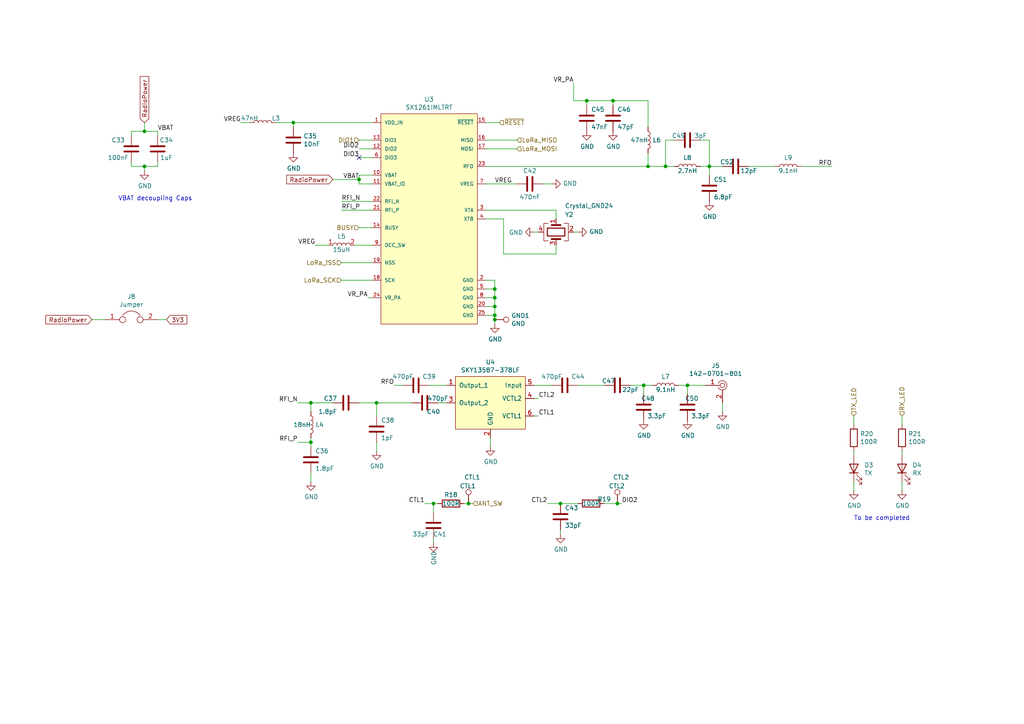
<source format=kicad_sch>
(kicad_sch (version 20211123) (generator eeschema)
  (paper "A4")
  (title_block (title "LoRa Dongle") (company "Mark Njoroge"))
  (lib_symbols
    (symbol "Connector:TestPoint" (pin_numbers hide) (pin_names (offset 0.762) hide)
      (property "Reference" "TP" (at 0 6.858 0))
      (property "Value" "TestPoint" (at 0 5.08 0))
      (symbol "TestPoint_0_1"
        (circle (center 0 3.302) (radius 0.762))
      )
      (symbol "TestPoint_1_1"
        (pin passive line (at 0 0 90) (length 2.54) (name "1") (number "1"))
      )
    )
    (symbol "Device:C" (pin_numbers hide) (pin_names (offset 0.254))
      (property "Reference" "C" (at 0.635 2.54 0))
      (property "Value" "C" (at 0.635 -2.54 0))
      (symbol "C_0_1"
        (polyline (pts (xy -2.032 -0.762) (xy 2.032 -0.762)) (stroke (width 0.508)))
        (polyline (pts (xy -2.032 0.762) (xy 2.032 0.762)) (stroke (width 0.508)))
      )
      (symbol "C_1_1"
        (pin passive line (at 0 3.81 270) (length 2.794) (name "~") (number "1"))
        (pin passive line (at 0 -3.81 90) (length 2.794) (name "~") (number "2"))
      )
    )
    (symbol "Device:Crystal_GND24" (pin_names (offset 1.016) hide)
      (property "Reference" "Y" (at 3.175 5.08 0))
      (property "Value" "Crystal_GND24" (at 3.175 3.175 0))
      (symbol "Crystal_GND24_0_1"
        (rectangle (start -1.143 2.54) (end 1.143 -2.54) (stroke (width 0.3048)))
        (polyline (pts (xy -2.54 0) (xy -2.032 0)))
        (polyline (pts (xy -2.032 -1.27) (xy -2.032 1.27)) (stroke (width 0.508)))
        (polyline (pts (xy 0 -3.81) (xy 0 -3.556)))
        (polyline (pts (xy 0 3.556) (xy 0 3.81)))
        (polyline (pts (xy 2.032 -1.27) (xy 2.032 1.27)) (stroke (width 0.508)))
        (polyline (pts (xy 2.032 0) (xy 2.54 0)))
        (polyline (pts (xy -2.54 -2.286) (xy -2.54 -3.556) (xy 2.54 -3.556) (xy 2.54 -2.286)))
        (polyline (pts (xy -2.54 2.286) (xy -2.54 3.556) (xy 2.54 3.556) (xy 2.54 2.286)))
      )
      (symbol "Crystal_GND24_1_1"
        (pin passive line (at -3.81 0 0) (length 1.27) (name "1") (number "1"))
        (pin passive line (at 0 5.08 270) (length 1.27) (name "2") (number "2"))
        (pin passive line (at 3.81 0 180) (length 1.27) (name "3") (number "3"))
        (pin passive line (at 0 -5.08 90) (length 1.27) (name "4") (number "4"))
      )
    )
    (symbol "Device:Jumper" (pin_names (offset 0.762) hide)
      (property "Reference" "JP" (at 0 3.81 0))
      (property "Value" "Device_Jumper" (at 0 -2.032 0))
      (symbol "Jumper_0_1"
        (circle (center -2.54 0) (radius 0.889))
        (arc (start 2.5146 1.27) (mid 0.0127 2.5097) (end -2.4892 1.27))
        (circle (center 2.54 0) (radius 0.889))
        (pin passive line (at -7.62 0 0) (length 4.191) (name "1") (number "1"))
        (pin passive line (at 7.62 0 180) (length 4.191) (name "2") (number "2"))
      )
    )
    (symbol "Device:L" (pin_numbers hide) (pin_names (offset 1.016) hide)
      (property "Reference" "L" (at -1.27 0 90))
      (property "Value" "L" (at 1.905 0 90))
      (symbol "L_0_1"
        (arc (start 0 -2.54) (mid 0.635 -1.905) (end 0 -1.27))
        (arc (start 0 -1.27) (mid 0.635 -0.635) (end 0 0))
        (arc (start 0 0) (mid 0.635 0.635) (end 0 1.27))
        (arc (start 0 1.27) (mid 0.635 1.905) (end 0 2.54))
      )
      (symbol "L_1_1"
        (pin passive line (at 0 3.81 270) (length 1.27) (name "1") (number "1"))
        (pin passive line (at 0 -3.81 90) (length 1.27) (name "2") (number "2"))
      )
    )
    (symbol "Device:LED" (pin_numbers hide) (pin_names (offset 1.016) hide)
      (property "Reference" "D" (at 0 2.54 0))
      (property "Value" "LED" (at 0 -2.54 0))
      (symbol "LED_0_1"
        (polyline (pts (xy -1.27 -1.27) (xy -1.27 1.27)) (stroke (width 0.254)))
        (polyline (pts (xy -1.27 0) (xy 1.27 0)))
        (polyline (pts (xy 1.27 -1.27) (xy 1.27 1.27) (xy -1.27 0) (xy 1.27 -1.27)) (stroke (width 0.254)))
        (polyline (pts (xy -3.048 -0.762) (xy -4.572 -2.286) (xy -3.81 -2.286) (xy -4.572 -2.286) (xy -4.572 -1.524)))
        (polyline (pts (xy -1.778 -0.762) (xy -3.302 -2.286) (xy -2.54 -2.286) (xy -3.302 -2.286) (xy -3.302 -1.524)))
      )
      (symbol "LED_1_1"
        (pin passive line (at -3.81 0 0) (length 2.54) (name "K") (number "1"))
        (pin passive line (at 3.81 0 180) (length 2.54) (name "A") (number "2"))
      )
    )
    (symbol "Device:R" (pin_numbers hide) (pin_names (offset 0))
      (property "Reference" "R" (at 2.032 0 90))
      (property "Value" "R" (at 0 0 90))
      (symbol "R_0_1"
        (rectangle (start -1.016 -2.54) (end 1.016 2.54) (stroke (width 0.254)))
      )
      (symbol "R_1_1"
        (pin passive line (at 0 3.81 270) (length 1.27) (name "~") (number "1"))
        (pin passive line (at 0 -3.81 90) (length 1.27) (name "~") (number "2"))
      )
    )
    (symbol "LoRaDongle:SKY13587-378LF" (pin_names (offset 1.016))
      (property "Reference" "U" (at -5.08 8.89 0))
      (property "Value" "SKY13587-378LF" (at 0 6.35 0))
      (symbol "SKY13587-378LF_0_1"
        (rectangle (start -11.43 1.27) (end 8.89 -13.97) (fill (type background)))
      )
      (symbol "SKY13587-378LF_1_1"
        (pin passive line (at -13.97 -1.27 0) (length 2.54) (name "Output_1") (number "1"))
        (pin passive line (at -1.27 -16.51 90) (length 2.54) (name "GND") (number "2"))
        (pin passive line (at -13.97 -6.35 0) (length 2.54) (name "Output_2") (number "3"))
        (pin passive line (at 11.43 -5.08 180) (length 2.54) (name "VCTL2") (number "4"))
        (pin passive line (at 11.43 -1.27 180) (length 2.54) (name "Input") (number "5"))
        (pin passive line (at 11.43 -10.16 180) (length 2.54) (name "VCTL1") (number "6"))
      )
    )
    (symbol "VLS201610CX-150M-1:VLS201610CX-150M-1" (pin_names (offset 0.762))
      (property "Reference" "L" (at 10.16 7.62 0))
      (property "Value" "VLS201610CX-150M-1" (at 10.16 5.08 0))
      (symbol "VLS201610CX-150M-1_0_0"
        (pin passive line (at -3.81 0 0) (length 1.27) (name "~") (number "1"))
        (pin passive line (at 3.81 0 180) (length 1.27) (name "~") (number "2"))
      )
      (symbol "VLS201610CX-150M-1_0_1"
        (arc (start 2.54 0) (mid 1.905 0.635) (end 1.27 0))
      )
      (symbol "VLS201610CX-150M-1_1_1"
        (arc (start -1.27 0) (mid -1.905 0.635) (end -2.54 0))
        (arc (start 0 0) (mid -0.635 0.635) (end -1.27 0))
        (arc (start 1.27 0) (mid 0.635 0.635) (end 0 0))
      )
    )
    (symbol "dk_Coaxial-Connectors-RF:142-0701-801" (pin_names (offset 1.016))
      (property "Reference" "J" (at -1.27 1.27 0))
      (property "Value" "142-0701-801" (at 1.27 -2.54 0))
      (symbol "142-0701-801_1_1"
        (arc (start -1.27 0) (mid -0.2487 -1.3123) (end 1.27 -0.635))
        (circle (center 0 0) (radius 0.635))
        (arc (start 1.27 0.635) (mid -0.2518 1.325) (end -1.27 0))
        (pin passive line (at 5.08 0 180) (length 4.445) (name "~") (number "1"))
        (pin passive line (at 0 -5.08 90) (length 3.683) (name "~") (number "2"))
      )
    )
    (symbol "power:GND" (power) (pin_names (offset 0))
      (property "Value" "GND" (at 0 -3.81 0))
      (symbol "GND_0_1"
        (polyline (pts (xy 0 0) (xy 0 -1.27) (xy 1.27 -1.27) (xy 0 -2.54) (xy -1.27 -1.27) (xy 0 -1.27)))
      )
      (symbol "GND_1_1"
        (pin power_in line (at 0 0 270) (length 0) hide (name "GND") (number "1"))
      )
    )
    (symbol "sx1261:SX1261IMLTRT" (pin_names (offset 1.016))
      (property "Reference" "U" (at 0 5.08 0))
      (property "Value" "SX1261IMLTRT" (at 0 7.62 0))
      (symbol "SX1261IMLTRT_1_1"
        (rectangle (start 5.08 2.54) (end 33.02 -58.42) (fill (type background)))
        (pin input line (at 2.54 0 0) (length 2.54) (name "VDD_IN") (number "1"))
        (pin input line (at 2.54 -15.24 0) (length 2.54) (name "VBAT") (number "10"))
        (pin input line (at 2.54 -17.78 0) (length 2.54) (name "VBAT_IO") (number "11"))
        (pin bidirectional line (at 2.54 -7.62 0) (length 2.54) (name "DIO2") (number "12"))
        (pin bidirectional line (at 2.54 -5.08 0) (length 2.54) (name "DIO1") (number "13"))
        (pin bidirectional line (at 2.54 -30.48 0) (length 2.54) (name "BUSY") (number "14"))
        (pin bidirectional line (at 35.56 0 180) (length 2.54) (name "~{RESET}") (number "15"))
        (pin output line (at 35.56 -5.08 180) (length 2.54) (name "MISO") (number "16"))
        (pin input line (at 35.56 -7.62 180) (length 2.54) (name "MOSI") (number "17"))
        (pin input line (at 2.54 -45.72 0) (length 2.54) (name "SCK") (number "18"))
        (pin input line (at 2.54 -40.64 0) (length 2.54) (name "NSS") (number "19"))
        (pin power_in line (at 35.56 -45.72 180) (length 2.54) (name "GND") (number "2"))
        (pin power_in line (at 35.56 -53.34 180) (length 2.54) (name "GND") (number "20"))
        (pin input line (at 2.54 -25.4 0) (length 2.54) (name "RFI_P") (number "21"))
        (pin input line (at 2.54 -22.86 0) (length 2.54) (name "RFI_N") (number "22"))
        (pin output line (at 35.56 -12.7 180) (length 2.54) (name "RFO") (number "23"))
        (pin power_in line (at 2.54 -50.8 0) (length 2.54) (name "VR_PA") (number "24"))
        (pin power_in line (at 35.56 -55.88 180) (length 2.54) (name "GND") (number "25"))
        (pin input line (at 35.56 -25.4 180) (length 2.54) (name "XTA") (number "3"))
        (pin input line (at 35.56 -27.94 180) (length 2.54) (name "XTB") (number "4"))
        (pin power_in line (at 35.56 -48.26 180) (length 2.54) (name "GND") (number "5"))
        (pin bidirectional line (at 2.54 -10.16 0) (length 2.54) (name "DIO3") (number "6"))
        (pin output line (at 35.56 -17.78 180) (length 2.54) (name "VREG") (number "7"))
        (pin power_in line (at 35.56 -50.8 180) (length 2.54) (name "GND") (number "8"))
        (pin output line (at 2.54 -35.56 0) (length 2.54) (name "DCC_SW") (number "9"))
      )
    )
  )
  (junction (at 41.91 48.26))
  (junction (at 85.09 35.56))
  (junction (at 186.69 111.76))
  (junction (at 143.51 92.71))
  (junction (at 205.74 48.26))
  (junction (at 135.89 146.05))
  (junction (at 143.51 86.36))
  (junction (at 179.07 146.05))
  (junction (at 143.51 88.9))
  (junction (at 104.14 52.07))
  (junction (at 177.8 29.21))
  (junction (at 90.17 128.27))
  (junction (at 125.73 146.05))
  (junction (at 143.51 83.82))
  (junction (at 170.18 29.21))
  (junction (at 199.39 111.76))
  (junction (at 193.04 48.26))
  (junction (at 162.56 146.05))
  (junction (at 90.17 116.84))
  (junction (at 187.96 48.26))
  (junction (at 143.51 91.44))
  (junction (at 109.22 116.84))
  (junction (at 41.91 38.1))
  (no_connect (at 104.14 45.72))
  (wire (pts (xy 143.51 88.9) (xy 143.51 91.44)))
  (wire (pts (xy 170.18 30.48) (xy 170.18 29.21)))
  (wire (pts (xy 182.88 111.76) (xy 186.69 111.76)))
  (wire (pts (xy 41.91 38.1) (xy 45.72 38.1)))
  (wire (pts (xy 247.65 132.08) (xy 247.65 130.81)))
  (wire (pts (xy 85.09 35.56) (xy 107.95 35.56)))
  (wire (pts (xy 261.62 142.24) (xy 261.62 139.7)))
  (wire (pts (xy 45.72 46.99) (xy 45.72 48.26)))
  (wire (pts (xy 45.72 92.71) (xy 48.26 92.71)))
  (wire (pts (xy 90.17 139.7) (xy 90.17 137.16)))
  (wire (pts (xy 127 116.84) (xy 129.54 116.84)))
  (wire (pts (xy 99.06 81.28) (xy 107.95 81.28)))
  (wire (pts (xy 90.17 129.54) (xy 90.17 128.27)))
  (wire (pts (xy 109.22 120.65) (xy 109.22 116.84)))
  (wire (pts (xy 107.95 43.18) (xy 104.14 43.18)))
  (wire (pts (xy 186.69 111.76) (xy 189.23 111.76)))
  (wire (pts (xy 107.95 40.64) (xy 104.14 40.64)))
  (wire (pts (xy 154.94 120.65) (xy 156.21 120.65)))
  (wire (pts (xy 179.07 146.05) (xy 180.34 146.05)))
  (wire (pts (xy 107.95 53.34) (xy 104.14 53.34)))
  (wire (pts (xy 154.94 111.76) (xy 160.02 111.76)))
  (wire (pts (xy 45.72 38.1) (xy 45.72 39.37)))
  (wire (pts (xy 187.96 29.21) (xy 187.96 36.83)))
  (wire (pts (xy 146.05 73.66) (xy 161.29 73.66)))
  (wire (pts (xy 199.39 111.76) (xy 196.85 111.76)))
  (wire (pts (xy 107.95 76.2) (xy 99.06 76.2)))
  (wire (pts (xy 140.97 43.18) (xy 149.86 43.18)))
  (wire (pts (xy 166.37 29.21) (xy 170.18 29.21)))
  (wire (pts (xy 38.1 38.1) (xy 41.91 38.1)))
  (wire (pts (xy 261.62 123.19) (xy 261.62 120.65)))
  (wire (pts (xy 41.91 48.26) (xy 45.72 48.26)))
  (wire (pts (xy 140.97 60.96) (xy 161.29 60.96)))
  (wire (pts (xy 140.97 83.82) (xy 143.51 83.82)))
  (wire (pts (xy 232.41 48.26) (xy 241.3 48.26)))
  (wire (pts (xy 90.17 116.84) (xy 96.52 116.84)))
  (wire (pts (xy 107.95 71.12) (xy 102.87 71.12)))
  (wire (pts (xy 90.17 128.27) (xy 90.17 127)))
  (wire (pts (xy 143.51 81.28) (xy 143.51 83.82)))
  (wire (pts (xy 104.14 116.84) (xy 109.22 116.84)))
  (wire (pts (xy 38.1 46.99) (xy 38.1 48.26)))
  (wire (pts (xy 41.91 35.56) (xy 41.91 38.1)))
  (wire (pts (xy 134.62 146.05) (xy 135.89 146.05)))
  (wire (pts (xy 123.19 146.05) (xy 125.73 146.05)))
  (wire (pts (xy 143.51 91.44) (xy 143.51 92.71)))
  (wire (pts (xy 80.01 35.56) (xy 85.09 35.56)))
  (wire (pts (xy 95.25 71.12) (xy 91.44 71.12)))
  (wire (pts (xy 162.56 146.05) (xy 167.64 146.05)))
  (wire (pts (xy 217.17 48.26) (xy 224.79 48.26)))
  (wire (pts (xy 175.26 146.05) (xy 179.07 146.05)))
  (wire (pts (xy 140.97 88.9) (xy 143.51 88.9)))
  (wire (pts (xy 193.04 48.26) (xy 195.58 48.26)))
  (wire (pts (xy 160.02 53.34) (xy 157.48 53.34)))
  (wire (pts (xy 161.29 63.5) (xy 161.29 60.96)))
  (wire (pts (xy 149.86 40.64) (xy 140.97 40.64)))
  (wire (pts (xy 193.04 48.26) (xy 193.04 40.64)))
  (wire (pts (xy 116.84 111.76) (xy 114.3 111.76)))
  (wire (pts (xy 205.74 40.64) (xy 205.74 48.26)))
  (wire (pts (xy 154.94 115.57) (xy 156.21 115.57)))
  (wire (pts (xy 140.97 48.26) (xy 187.96 48.26)))
  (wire (pts (xy 261.62 132.08) (xy 261.62 130.81)))
  (wire (pts (xy 140.97 91.44) (xy 143.51 91.44)))
  (wire (pts (xy 109.22 116.84) (xy 119.38 116.84)))
  (wire (pts (xy 203.2 48.26) (xy 205.74 48.26)))
  (wire (pts (xy 205.74 48.26) (xy 205.74 50.8)))
  (wire (pts (xy 107.95 50.8) (xy 104.14 50.8)))
  (wire (pts (xy 177.8 29.21) (xy 177.8 30.48)))
  (wire (pts (xy 203.2 40.64) (xy 205.74 40.64)))
  (wire (pts (xy 109.22 128.27) (xy 109.22 130.81)))
  (wire (pts (xy 247.65 123.19) (xy 247.65 120.65)))
  (wire (pts (xy 38.1 48.26) (xy 41.91 48.26)))
  (wire (pts (xy 143.51 92.71) (xy 143.51 93.98)))
  (wire (pts (xy 170.18 29.21) (xy 177.8 29.21)))
  (wire (pts (xy 140.97 53.34) (xy 149.86 53.34)))
  (wire (pts (xy 41.91 49.53) (xy 41.91 48.26)))
  (wire (pts (xy 135.89 146.05) (xy 137.16 146.05)))
  (wire (pts (xy 199.39 114.3) (xy 199.39 111.76)))
  (wire (pts (xy 177.8 29.21) (xy 187.96 29.21)))
  (wire (pts (xy 146.05 63.5) (xy 146.05 73.66)))
  (wire (pts (xy 104.14 53.34) (xy 104.14 52.07)))
  (wire (pts (xy 125.73 146.05) (xy 127 146.05)))
  (wire (pts (xy 90.17 128.27) (xy 86.36 128.27)))
  (wire (pts (xy 104.14 52.07) (xy 96.52 52.07)))
  (wire (pts (xy 107.95 66.04) (xy 104.14 66.04)))
  (wire (pts (xy 140.97 86.36) (xy 143.51 86.36)))
  (wire (pts (xy 166.37 24.13) (xy 166.37 29.21)))
  (wire (pts (xy 167.64 111.76) (xy 175.26 111.76)))
  (wire (pts (xy 140.97 35.56) (xy 144.78 35.56)))
  (wire (pts (xy 140.97 81.28) (xy 143.51 81.28)))
  (wire (pts (xy 143.51 86.36) (xy 143.51 88.9)))
  (wire (pts (xy 166.37 67.31) (xy 167.64 67.31)))
  (wire (pts (xy 186.69 111.76) (xy 186.69 114.3)))
  (wire (pts (xy 107.95 45.72) (xy 104.14 45.72)))
  (wire (pts (xy 125.73 148.59) (xy 125.73 146.05)))
  (wire (pts (xy 140.97 63.5) (xy 146.05 63.5)))
  (wire (pts (xy 38.1 39.37) (xy 38.1 38.1)))
  (wire (pts (xy 161.29 71.12) (xy 161.29 73.66)))
  (wire (pts (xy 106.68 86.36) (xy 107.95 86.36)))
  (wire (pts (xy 143.51 83.82) (xy 143.51 86.36)))
  (wire (pts (xy 104.14 52.07) (xy 104.14 50.8)))
  (wire (pts (xy 247.65 142.24) (xy 247.65 139.7)))
  (wire (pts (xy 72.39 35.56) (xy 69.85 35.56)))
  (wire (pts (xy 142.24 129.54) (xy 142.24 127)))
  (wire (pts (xy 162.56 153.67) (xy 162.56 154.94)))
  (wire (pts (xy 90.17 119.38) (xy 90.17 116.84)))
  (wire (pts (xy 26.67 92.71) (xy 30.48 92.71)))
  (wire (pts (xy 158.75 146.05) (xy 162.56 146.05)))
  (wire (pts (xy 85.09 36.83) (xy 85.09 35.56)))
  (wire (pts (xy 199.39 111.76) (xy 204.47 111.76)))
  (wire (pts (xy 193.04 40.64) (xy 195.58 40.64)))
  (wire (pts (xy 99.06 60.96) (xy 107.95 60.96)))
  (wire (pts (xy 187.96 48.26) (xy 193.04 48.26)))
  (wire (pts (xy 187.96 44.45) (xy 187.96 48.26)))
  (wire (pts (xy 99.06 58.42) (xy 107.95 58.42)))
  (wire (pts (xy 90.17 116.84) (xy 86.36 116.84)))
  (wire (pts (xy 209.55 48.26) (xy 205.74 48.26)))
  (wire (pts (xy 124.46 111.76) (xy 129.54 111.76)))
  (wire (pts (xy 125.73 156.21) (xy 125.73 157.48)))
  (wire (pts (xy 209.55 116.84) (xy 209.55 119.38)))
  (wire (pts (xy 156.21 67.31) (xy 154.94 67.31)))
  (text "To be completed" (at 247.65 151.13 0) (effects (font (size 1.27 1.27)) (justify left bottom)))
  (text "VBAT decoupling Caps" (at 34.29 58.42 0) (effects (font (size 1.27 1.27)) (justify left bottom)))
  (label "VREG" (at 69.85 35.56 180))
  (label "VBAT" (at 45.72 38.1 0))
  (label "RFI_P" (at 86.36 128.27 180))
  (label "CTL2" (at 156.21 115.57 0))
  (label "RFI_P" (at 99.06 60.96 0))
  (label "CTL2" (at 158.75 146.05 180))
  (label "RFO" (at 114.3 111.76 180))
  (label "VR_PA" (at 166.37 24.13 180))
  (label "DIO2" (at 104.14 43.18 180))
  (label "RFI_N" (at 99.06 58.42 0))
  (label "RFI_N" (at 86.36 116.84 180))
  (label "DIO3" (at 104.14 45.72 180))
  (label "VBAT" (at 104.14 52.07 180))
  (label "CTL1" (at 123.19 146.05 180))
  (label "VR_PA" (at 106.68 86.36 180))
  (label "CTL1" (at 156.21 120.65 0))
  (label "DIO2" (at 180.34 146.05 0))
  (label "VREG" (at 91.44 71.12 180))
  (label "VREG" (at 143.51 53.34 0))
  (label "RFO" (at 241.3 48.26 180))
  (global_label "RadioPower" (shape input) (at 26.67 92.71 180) (property "Intersheet References" "${INTERSHEET_REFS}" (effects hide)))
  (global_label "3V3" (shape input) (at 48.26 92.71 0) (property "Intersheet References" "${INTERSHEET_REFS}" (effects hide)))
  (global_label "RadioPower" (shape input) (at 41.91 35.56 90) (property "Intersheet References" "${INTERSHEET_REFS}" (effects hide)))
  (global_label "RadioPower" (shape input) (at 96.52 52.07 180) (property "Intersheet References" "${INTERSHEET_REFS}" (effects hide)))
  (hierarchical_label "BUSY" (shape input) (at 104.14 66.04 180))
  (hierarchical_label "RX_LED" (shape input) (at 261.62 120.65 90))
  (hierarchical_label "ANT_SW" (shape input) (at 137.16 146.05 0))
  (hierarchical_label "LoRa_MISO" (shape input) (at 149.86 40.64 0))
  (hierarchical_label "DIO1" (shape input) (at 104.14 40.64 180))
  (hierarchical_label "~{RESET}" (shape input) (at 144.78 35.56 0))
  (hierarchical_label "LoRa_MOSI" (shape input) (at 149.86 43.18 0))
  (hierarchical_label "TX_LED" (shape input) (at 247.65 120.65 90))
  (hierarchical_label "LoRa_SCK" (shape input) (at 99.06 81.28 180))
  (hierarchical_label "LoRa_!SS" (shape input) (at 99.06 76.2 180))
  (symbol (lib_id "power:GND") (at 162.56 154.94 0) (unit 1)
    (property "Reference" "#PWR0103" (effects hide))
    (property "Value" "GND" (at 162.687 159.3342 0))
  )
  (symbol (lib_id "Device:C") (at 162.56 149.86 0) (unit 1)
    (property "Reference" "C43" (at 163.83 147.32 0) (effects (justify left)))
    (property "Value" "33pF" (at 163.83 152.4 0) (effects (justify left)))
    (property "Footprint" "Capacitor_SMD:C_0402_1005Metric_Pad0.74x0.62mm_HandSolder" (effects hide))
    (property "Part Number" "CGA2B2C0G1H330J050BA" (effects hide))
    (property "Description" "CAP CER 33PF 50V C0G 0402" (effects hide))
    (property "Manufacturer" "TDK Corporation" (effects hide))
    (property "Manufacturer Part Number" "CGA2B2C0G1H330J050BA" (effects hide))
    (property "Package" "0402" (effects hide))
    (property "Type" "SMD" (effects hide))
  )
  (symbol (lib_id "power:GND") (at 109.22 130.81 0) (unit 1)
    (property "Reference" "#PWR0104" (effects hide))
    (property "Value" "GND" (at 109.347 135.2042 0))
  )
  (symbol (lib_id "power:GND") (at 90.17 139.7 0) (unit 1)
    (property "Reference" "#PWR0105" (effects hide))
    (property "Value" "GND" (at 90.297 144.0942 0))
  )
  (symbol (lib_id "Device:C") (at 90.17 133.35 0) (unit 1)
    (property "Reference" "C36" (at 91.44 130.81 0) (effects (justify left)))
    (property "Value" "1.8pF" (at 91.44 135.89 0) (effects (justify left)))
    (property "Footprint" "Capacitor_SMD:C_0402_1005Metric_Pad0.74x0.62mm_HandSolder" (effects hide))
    (property "part Number" "GRM1555C1H1R8WA01D" (effects hide))
    (property "Description" "CAP CER 1.8PF 50V C0G/NP0 0402" (effects hide))
    (property "Manufacturer" "Murata Electronics" (effects hide))
    (property "Manufacturer Part Number" "GRM1555C1H1R8WA01D" (effects hide))
    (property "Package" "0402" (effects hide))
    (property "Type" "SMD" (effects hide))
  )
  (symbol (lib_id "Device:L") (at 90.17 123.19 0) (unit 1)
    (property "Reference" "L4" (at 92.71 123.19 0))
    (property "Value" "18nH" (at 87.63 123.19 0))
    (property "Footprint" "Inductor_SMD:L_0402_1005Metric_Pad0.77x0.64mm_HandSolder" (effects hide))
    (property "part Number" "LQW15AN18NH00D" (effects hide))
    (property "Description" "FIXED IND 18NH 370MA 270MOHM SMD" (effects hide))
    (property "Manufacturer" "Murata Electronics" (effects hide))
    (property "Manufacturer Part Number" "LQW15AN18NH00D" (effects hide))
    (property "Package" "0402" (effects hide))
    (property "Type" "SMD" (effects hide))
  )
  (symbol (lib_id "power:GND") (at 142.24 129.54 0) (unit 1)
    (property "Reference" "#PWR0106" (effects hide))
    (property "Value" "GND" (at 142.367 133.9342 0))
  )
  (symbol (lib_id "Device:L") (at 193.04 111.76 90) (unit 1)
    (property "Reference" "L7" (at 193.04 109.22 90))
    (property "Value" "9.1nH" (at 193.04 113.03 90))
    (property "Footprint" "Inductor_SMD:L_0402_1005Metric_Pad0.77x0.64mm_HandSolder" (effects hide))
    (property "Part Number" "LQW15AN9N1H00D" (effects hide))
    (property "Description" "FIXED IND 9.1NH 540MA 140MOHM SM" (effects hide))
    (property "Manufacturer" "Murata Electronics" (effects hide))
    (property "Manufacturer Part Number" "LQW15AN9N1H00D" (effects hide))
    (property "Package" "0402" (effects hide))
    (property "Type" "SMD" (effects hide))
  )
  (symbol (lib_id "power:GND") (at 186.69 121.92 0) (unit 1)
    (property "Reference" "#PWR0107" (effects hide))
    (property "Value" "GND" (at 186.817 126.3142 0))
  )
  (symbol (lib_id "power:GND") (at 199.39 121.92 0) (unit 1)
    (property "Reference" "#PWR0108" (effects hide))
    (property "Value" "GND" (at 199.517 126.3142 0))
  )
  (symbol (lib_id "dk_Coaxial-Connectors-RF:142-0701-801") (at 209.55 111.76 0) (mirror y) (unit 1)
    (property "Reference" "J5" (at 207.5688 106.045 0))
    (property "Value" "142-0701-801" (at 207.5688 108.3564 0))
    (property "Footprint" "digikey-footprints:RF_SMA_BoardEdge_142-0701-801" (effects hide))
    (property "Datasheet" "http://www.belfuse.com/resources/Johnson/drawings/dr-1420701801.pdf" (effects hide))
    (property "Digi-Key_PN" "J502-ND" (effects hide))
    (property "MPN" "142-0701-801" (effects hide))
    (property "Category" "Connectors, Interconnects" (effects hide))
    (property "Family" "Coaxial Connectors (RF)" (effects hide))
    (property "DK_Datasheet_Link" "http://www.belfuse.com/resources/Johnson/drawings/dr-1420701801.pdf" (effects hide))
    (property "DK_Detail_Page" "/product-detail/en/cinch-connectivity-solutions-johnson/142-0701-801/J502-ND/35280" (effects hide))
    (property "Description" "CONN SMA JACK STR 50OHM EDGE MNT" (effects hide))
    (property "Manufacturer" "Cinch Connectivity Solutions Johnson" (effects hide))
    (property "Status" "Active" (effects hide))
    (property "Manufacturer Part Number" "142-0701-801" (effects hide))
    (property "Package" "Edge Connector" (effects hide))
    (property "Type" "SMD" (effects hide))
  )
  (symbol (lib_id "power:GND") (at 209.55 119.38 0) (unit 1)
    (property "Reference" "#PWR0109" (effects hide))
    (property "Value" "GND" (at 209.677 123.7742 0))
  )
  (symbol (lib_id "power:GND") (at 177.8 38.1 0) (unit 1)
    (property "Reference" "#PWR0110" (effects hide))
    (property "Value" "GND" (at 177.927 42.4942 0))
  )
  (symbol (lib_id "power:GND") (at 170.18 38.1 0) (unit 1)
    (property "Reference" "#PWR0111" (effects hide))
    (property "Value" "GND" (at 170.307 42.4942 0))
  )
  (symbol (lib_id "Device:C") (at 213.36 48.26 270) (unit 1)
    (property "Reference" "C52" (at 210.82 46.99 90))
    (property "Value" "12pF" (at 217.17 49.53 90))
    (property "Footprint" "Capacitor_SMD:C_0402_1005Metric_Pad0.74x0.62mm_HandSolder" (effects hide))
    (property "Part Number" "GRM1555C1H120JA01J" (effects hide))
    (property "Description" "CAP CER 12PF 50V C0G/NP0 0402" (effects hide))
    (property "Manufacturer" "Murata Electronics" (effects hide))
    (property "Manufacturer Part Number" "GRM1555C1H120JA01J" (effects hide))
    (property "Package" "0402" (effects hide))
    (property "Type" "SMD" (effects hide))
  )
  (symbol (lib_id "power:GND") (at 205.74 58.42 0) (unit 1)
    (property "Reference" "#PWR0113" (effects hide))
    (property "Value" "GND" (at 205.867 62.8142 0))
  )
  (symbol (lib_id "Device:L") (at 199.39 48.26 90) (unit 1)
    (property "Reference" "L8" (at 199.39 45.72 90))
    (property "Value" "2.7nH" (at 199.39 49.53 90))
    (property "Footprint" "Inductor_SMD:L_0402_1005Metric_Pad0.77x0.64mm_HandSolder" (effects hide))
    (property "Part Number" "LQW15AN2N7C00D" (effects hide))
    (property "Description" "FIXED IND 2.7NH 850MA 50MOHM SMD" (effects hide))
    (property "Manufacturer" "Murata Electronics" (effects hide))
    (property "Manufacturer Part Number" "LQW15AN2N7C00D" (effects hide))
  )
  (symbol (lib_id "Device:C") (at 199.39 40.64 270) (unit 1)
    (property "Reference" "C49" (at 196.85 39.37 90))
    (property "Value" "3pF" (at 203.2 39.37 90))
    (property "Footprint" "Capacitor_SMD:C_0402_1005Metric_Pad0.74x0.62mm_HandSolder" (effects hide))
    (property "Part Number" "GRM1555C1H3R0BA01J" (effects hide))
    (property "Description" "CAP CER 3PF 50V C0G/NP0 0402" (effects hide))
    (property "Manufacturer" "Murata Electronics" (effects hide))
    (property "Manufacturer Part Number" "GRM1555C1H3R0BA01J" (effects hide))
    (property "Package" "0402" (effects hide))
    (property "Type" "SMD" (effects hide))
  )
  (symbol (lib_id "Device:C") (at 205.74 54.61 0) (unit 1)
    (property "Reference" "C51" (at 207.01 52.07 0) (effects (justify left)))
    (property "Value" "6.8pF" (at 207.01 57.15 0) (effects (justify left)))
    (property "Footprint" "Capacitor_SMD:C_0402_1005Metric_Pad0.74x0.62mm_HandSolder" (effects hide))
    (property "Part Number" "GRM1555C1H6R8BA01D" (effects hide))
    (property "Description" "CAP CER 6.8PF 50V C0G/NP0 0402" (effects hide))
    (property "Manufacturer" "Murata Electronics" (effects hide))
    (property "Manufacturer Part Number" "GRM1555C1H6R8BA01D" (effects hide))
    (property "Package" "0402" (effects hide))
    (property "Type" "SMD" (effects hide))
  )
  (symbol (lib_id "Device:L") (at 187.96 40.64 0) (unit 1)
    (property "Reference" "L6" (at 190.5 40.64 0))
    (property "Value" "47nH" (at 185.42 40.64 0))
    (property "Footprint" "Inductor_SMD:L_0402_1005Metric_Pad0.77x0.64mm_HandSolder" (effects hide))
    (property "Part Number" "LQW15AN47NJ00D" (effects hide))
    (property "Description" "FIXED IND 47NH 210MA 1.08OHM SMD" (effects hide))
    (property "Manufacturer" "Murata Electronics" (effects hide))
    (property "Manufacturer Part Number" "LQW15AN47NJ00D" (effects hide))
    (property "Package" "0402" (effects hide))
    (property "PartNumber" "LQW15AN47NJ00D" (effects hide))
    (property "Type" "SMD" (effects hide))
  )
  (symbol (lib_id "Device:C") (at 177.8 34.29 0) (unit 1)
    (property "Reference" "C46" (at 179.07 31.75 0) (effects (justify left)))
    (property "Value" "47pF" (at 179.07 36.83 0) (effects (justify left)))
    (property "Footprint" "Capacitor_SMD:C_0402_1005Metric_Pad0.74x0.62mm_HandSolder" (effects hide))
    (property "Part Number" "GRM1555C1H470JA01D" (effects hide))
    (property "Description" "CAP CER 47PF 50V C0G/NP0 0402" (effects hide))
    (property "Manufacturer" "Murata Electronics" (effects hide))
    (property "Manufacturer Part Number" "GRM1555C1H470JA01D" (effects hide))
    (property "Package" "0402" (effects hide))
    (property "Type" "SMD" (effects hide))
  )
  (symbol (lib_id "Device:C") (at 170.18 34.29 0) (unit 1)
    (property "Reference" "C45" (at 171.45 31.75 0) (effects (justify left)))
    (property "Value" "47nF" (at 171.45 36.83 0) (effects (justify left)))
    (property "Footprint" "Capacitor_SMD:C_0402_1005Metric_Pad0.74x0.62mm_HandSolder" (effects hide))
    (property "Part Number" "GRM155R71C473KA01J" (effects hide))
    (property "Description" "CAP CER 0.047UF 16V X7R 0402" (effects hide))
    (property "Manufacturer" "Murata Electronics" (effects hide))
    (property "Manufacturer Part Number" "GRM155R71C473KA01J" (effects hide))
    (property "Package" "0402" (effects hide))
    (property "Type" "SMD" (effects hide))
  )
  (symbol (lib_id "power:GND") (at 41.91 49.53 0) (unit 1)
    (property "Reference" "#PWR0117" (effects hide))
    (property "Value" "GND" (at 42.037 53.9242 0))
  )
  (symbol (lib_id "Device:C") (at 45.72 43.18 180) (unit 1)
    (property "Reference" "C34" (at 48.26 40.64 0))
    (property "Value" "1uF" (at 48.26 45.72 0))
    (property "Footprint" "Capacitor_SMD:C_0402_1005Metric_Pad0.74x0.62mm_HandSolder" (effects hide))
    (property "Description" "CAP CER 1UF 6.3V X7R 0402" (effects hide))
    (property "Manufacturer" "Murata Electronics" (effects hide))
    (property "Manufacturer Part Number" "GRM155R70J105MA12D" (effects hide))
    (property "Package" "0402" (effects hide))
    (property "Part Number" "GRM155R70J105MA12D" (effects hide))
    (property "Type" "SMD" (effects hide))
  )
  (symbol (lib_id "Device:C") (at 38.1 43.18 180) (unit 1)
    (property "Reference" "C33" (at 34.29 40.64 0))
    (property "Value" "100nF" (at 34.29 45.72 0))
    (property "Footprint" "Capacitor_SMD:C_0402_1005Metric_Pad0.74x0.62mm_HandSolder" (effects hide))
    (property "Part Number" "GRM155R71C104KA88D" (effects hide))
    (property "Description" "CAP CER 0.1UF 16V X7R 0402" (effects hide))
    (property "Manufacturer" "Murata Electronics" (effects hide))
    (property "Manufacturer Part Number" "GRM155R71C104KA88D" (effects hide))
    (property "Package" "0402" (effects hide))
    (property "Type" "SMD" (effects hide))
  )
  (symbol (lib_id "power:GND") (at 143.51 93.98 0) (unit 1)
    (property "Reference" "#PWR0118" (effects hide))
    (property "Value" "GND" (at 143.637 98.3742 0))
  )
  (symbol (lib_id "Device:C") (at 153.67 53.34 270) (unit 1)
    (property "Reference" "C42" (at 153.67 49.53 90))
    (property "Value" "470nF" (at 153.67 57.15 90))
    (property "Footprint" "Capacitor_SMD:C_0402_1005Metric_Pad0.74x0.62mm_HandSolder" (effects hide))
    (property "Part Number" "GRM155R61A474KE15D" (effects hide))
    (property "Description" "CAP CER 0.47UF 10V X5R 0402" (effects hide))
    (property "Manufacturer" "Murata Electronics" (effects hide))
    (property "Manufacturer Part Number" "GRM155R61A474KE15D" (effects hide))
    (property "Package" "0402" (effects hide))
    (property "Type" "SMD" (effects hide))
  )
  (symbol (lib_id "Device:C") (at 199.39 118.11 180) (unit 1)
    (property "Reference" "C50" (at 200.66 115.57 0))
    (property "Value" "3.3pF" (at 203.2 120.65 0))
    (property "Footprint" "Capacitor_SMD:C_0402_1005Metric_Pad0.74x0.62mm_HandSolder" (effects hide))
    (property "Part Number" "GJM1555C1H3R3DB01D" (effects hide))
    (property "Description" "CAP CER 3.3PF 50V C0G/NP0 0402" (effects hide))
    (property "Manufacturer" "Murata Electronics" (effects hide))
    (property "Manufacturer Part Number" "GJM1555C1H3R3DB01D" (effects hide))
    (property "Package" "0402" (effects hide))
    (property "Type" "SMD" (effects hide))
  )
  (symbol (lib_id "Device:C") (at 186.69 118.11 180) (unit 1)
    (property "Reference" "C48" (at 187.96 115.57 0))
    (property "Value" "3.3pF" (at 190.5 120.65 0))
    (property "Footprint" "Capacitor_SMD:C_0402_1005Metric_Pad0.74x0.62mm_HandSolder" (effects hide))
    (property "Part Number" "GJM1555C1H3R3DB01D" (effects hide))
    (property "Description" "CAP CER 3.3PF 50V C0G/NP0 0402" (effects hide))
    (property "Manufacturer" "Murata Electronics" (effects hide))
    (property "Manufacturer Part Number" "GJM1555C1H3R3DB01D" (effects hide))
    (property "Package" "0402" (effects hide))
    (property "Type" "SMD" (effects hide))
  )
  (symbol (lib_id "Device:R") (at 130.81 146.05 90) (unit 1)
    (property "Reference" "R18" (at 130.81 143.51 90))
    (property "Value" "100R" (at 130.81 146.05 90))
    (property "Footprint" "Resistor_SMD:R_0402_1005Metric_Pad0.72x0.64mm_HandSolder" (effects hide))
    (property "Description" "RES 100 OHM 1% 1/16W 0402" (effects hide))
    (property "Manufacturer" "Stackpole Electronics Inc" (effects hide))
    (property "Manufacturer Part Number" "RMCF0402FT100R" (effects hide))
    (property "Package" "0402" (effects hide))
  )
  (symbol (lib_id "power:GND") (at 125.73 157.48 0) (unit 1)
    (property "Reference" "#PWR029" (effects hide))
    (property "Value" "GND" (at 125.857 161.8742 90))
  )
  (symbol (lib_id "Device:C") (at 179.07 111.76 270) (unit 1)
    (property "Reference" "C47" (at 176.53 110.49 90))
    (property "Value" "22pF" (at 182.88 113.03 90))
    (property "Footprint" "Capacitor_SMD:C_0402_1005Metric_Pad0.74x0.62mm_HandSolder" (effects hide))
    (property "Part Number" "GRM1555C1H220JA01D" (effects hide))
    (property "Description" "CAP CER 22PF 50V C0G/NP0 0402" (effects hide))
    (property "Manufacturer" "Murata Electronics" (effects hide))
    (property "Manufacturer Part Number" "GRM1555C1H220FA01D" (effects hide))
    (property "Package" "0402" (effects hide))
    (property "Type" "SMD" (effects hide))
  )
  (symbol (lib_id "Device:C") (at 125.73 152.4 180) (unit 1)
    (property "Reference" "C41" (at 129.54 154.94 0) (effects (justify left)))
    (property "Value" "33pF" (at 124.46 154.94 0) (effects (justify left)))
    (property "Footprint" "Capacitor_SMD:C_0402_1005Metric_Pad0.74x0.62mm_HandSolder" (effects hide))
    (property "Part Number" "CGA2B2C0G1H330J050BA" (effects hide))
    (property "Description" "CAP CER 33PF 50V C0G 0402" (effects hide))
    (property "Manufacturer" "TDK Corporation" (effects hide))
    (property "Manufacturer Part Number" "CGA2B2C0G1H330J050BA" (effects hide))
    (property "Package" "0402" (effects hide))
    (property "Type" "SMD" (effects hide))
  )
  (symbol (lib_id "VLS201610CX-150M-1:VLS201610CX-150M-1") (at 99.06 71.12 0) (unit 1)
    (property "Reference" "L5" (at 99.06 68.58 0))
    (property "Value" "15uH" (at 99.06 72.39 0))
    (property "Footprint" "KiCad_VLS201610CX-150M-1:VLS2016" (effects hide))
    (property "Datasheet" "https://product.tdk.com/system/files/dam/doc/product/inductor/inductor/smd/catalog/inductor_commercial_power_vls201610cx-1_en.pdf" (effects hide))
    (property "Description" "FIXED IND 15UH 540MA 1.258OHM SM" (effects hide))
    (property "Manufacturer_Name" "TDK" (effects hide))
    (property "Manufacturer_Part_Number" "VLS201610CX-150M-1" (effects hide))
    (property "Mouser Part Number" "810-VLS201610CX150M1" (effects hide))
    (property "Mouser Price/Stock" "https://www.mouser.co.uk/ProductDetail/TDK/VLS201610CX-150M-1?qs=1mbolxNpo8cDxpAAQe7QDA%3D%3D" (effects hide))
    (property "Manufacturer" "TDK" (effects hide))
    (property "Manufacturer Part Number" "VLS201610CX-150M-1" (effects hide))
    (property "Package" "2016" (effects hide))
    (property "Type" "SMD" (effects hide))
  )
  (symbol (lib_id "Device:R") (at 247.65 127 0) (unit 1)
    (property "Reference" "R20" (at 249.428 125.8316 0) (effects (justify left)))
    (property "Value" "100R" (at 249.428 128.143 0) (effects (justify left)))
    (property "Footprint" "Resistor_SMD:R_0402_1005Metric_Pad0.72x0.64mm_HandSolder" (effects hide))
    (property "Description" "RES 100 OHM 1% 1/16W 0402" (effects hide))
    (property "Manufacturer" "Stackpole Electronics Inc" (effects hide))
    (property "Manufacturer Part Number" "RMCF0402FT100R" (effects hide))
    (property "Package" "0402" (effects hide))
  )
  (symbol (lib_id "Device:LED") (at 247.65 135.89 90) (unit 1)
    (property "Reference" "D3" (at 250.6472 134.8994 90) (effects (justify right)))
    (property "Value" "TX" (at 250.6472 137.2108 90) (effects (justify right)))
    (property "Footprint" "LED_SMD:LED_0603_1608Metric_Pad1.05x0.95mm_HandSolder" (effects hide))
    (property "Description" "LED GREEN CLEAR CHIP SMD" (effects hide))
    (property "Manufacturer" "SunLED" (effects hide))
    (property "Manufacturer Part Number" "XZVG53W-8" (effects hide))
    (property "Package" "0603" (effects hide))
  )
  (symbol (lib_id "power:GND") (at 247.65 142.24 0) (unit 1)
    (property "Reference" "#PWR031" (effects hide))
    (property "Value" "GND" (at 247.777 146.6342 0))
  )
  (symbol (lib_id "Device:R") (at 261.62 127 0) (unit 1)
    (property "Reference" "R21" (at 263.398 125.8316 0) (effects (justify left)))
    (property "Value" "100R" (at 263.398 128.143 0) (effects (justify left)))
    (property "Footprint" "Resistor_SMD:R_0402_1005Metric_Pad0.72x0.64mm_HandSolder" (effects hide))
    (property "Description" "RES 100 OHM 1% 1/16W 0402" (effects hide))
    (property "Manufacturer" "Stackpole Electronics Inc" (effects hide))
    (property "Manufacturer Part Number" "RMCF0402FT100R" (effects hide))
    (property "Package" "0402" (effects hide))
  )
  (symbol (lib_id "Device:LED") (at 261.62 135.89 90) (unit 1)
    (property "Reference" "D4" (at 264.6172 134.8994 90) (effects (justify right)))
    (property "Value" "RX" (at 264.6172 137.2108 90) (effects (justify right)))
    (property "Footprint" "LED_SMD:LED_0603_1608Metric_Pad1.05x0.95mm_HandSolder" (effects hide))
    (property "Description" "LED GREEN CLEAR CHIP SMD" (effects hide))
    (property "Manufacturer" "SunLED" (effects hide))
    (property "Manufacturer Part Number" "XZVG53W-8" (effects hide))
    (property "Package" "0603" (effects hide))
  )
  (symbol (lib_id "power:GND") (at 261.62 142.24 0) (unit 1)
    (property "Reference" "#PWR032" (effects hide))
    (property "Value" "GND" (at 261.747 146.6342 0))
  )
  (symbol (lib_id "Device:R") (at 171.45 146.05 270) (unit 1)
    (property "Reference" "R19" (at 175.26 144.78 90))
    (property "Value" "100R" (at 171.45 146.05 90))
    (property "Footprint" "Resistor_SMD:R_0402_1005Metric_Pad0.72x0.64mm_HandSolder" (effects hide))
    (property "Description" "RES 100 OHM 1% 1/16W 0402" (effects hide))
    (property "Manufacturer" "Stackpole Electronics Inc" (effects hide))
    (property "Manufacturer Part Number" "RMCF0402FT100R" (effects hide))
    (property "Package" "0402" (effects hide))
  )
  (symbol (lib_id "LoRaDongle:SKY13587-378LF") (at 143.51 110.49 0) (unit 1)
    (property "Reference" "U4" (at 142.24 105.029 0))
    (property "Value" "SKY13587-378LF" (at 142.24 107.3404 0))
    (property "Footprint" "SW_SKYA21012:SW_SKYA21012" (effects hide))
    (property "Description" "IC RF SWITCH SPDT 6GHZ 6MLPD" (effects hide))
    (property "Manufacturer" "Skyworks Solutions Inc." (effects hide))
    (property "Manufacturer Part Number" "SKY13587-378LF" (effects hide))
    (property "Type" "SMD" (effects hide))
    (property "Package" "6-MLPD" (effects hide))
  )
  (symbol (lib_id "Device:C") (at 120.65 111.76 90) (unit 1)
    (property "Reference" "C39" (at 124.46 109.22 90))
    (property "Value" "470pF" (at 116.84 109.22 90))
    (property "Footprint" "Capacitor_SMD:C_0402_1005Metric_Pad0.74x0.62mm_HandSolder" (effects hide))
    (property "Part Number" "GRM1555C1H471JA01D" (effects hide))
    (property "Description" "CAP CER 470PF 50V C0G/NP0 0402" (effects hide))
    (property "Manufacturer" "Murata Electronics" (effects hide))
    (property "Manufacturer Part Number" "GRM1555C1H471JA01D" (effects hide))
    (property "Package" "0402" (effects hide))
    (property "Type" "SMD" (effects hide))
  )
  (symbol (lib_id "Device:C") (at 123.19 116.84 90) (unit 1)
    (property "Reference" "C40" (at 125.73 119.38 90))
    (property "Value" "470pF" (at 127 115.57 90))
    (property "Footprint" "Capacitor_SMD:C_0402_1005Metric_Pad0.74x0.62mm_HandSolder" (effects hide))
    (property "Part Number" "GRM1555C1H471JA01D" (effects hide))
    (property "Description" "CAP CER 470PF 50V C0G/NP0 0402" (effects hide))
    (property "Manufacturer" "Murata Electronics" (effects hide))
    (property "Manufacturer Part Number" "GRM1555C1H471JA01D" (effects hide))
    (property "Package" "0402" (effects hide))
    (property "Type" "SMD" (effects hide))
  )
  (symbol (lib_id "Device:C") (at 163.83 111.76 90) (unit 1)
    (property "Reference" "C44" (at 167.64 109.22 90))
    (property "Value" "470pF" (at 160.02 109.22 90))
    (property "Footprint" "Capacitor_SMD:C_0402_1005Metric_Pad0.74x0.62mm_HandSolder" (effects hide))
    (property "Part Number" "GRM1555C1H471JA01D" (effects hide))
    (property "Description" "CAP CER 470PF 50V C0G/NP0 0402" (effects hide))
    (property "Manufacturer" "Murata Electronics" (effects hide))
    (property "Manufacturer Part Number" "GRM1555C1H471JA01D" (effects hide))
    (property "Package" "0402" (effects hide))
    (property "Type" "SMD" (effects hide))
  )
  (symbol (lib_id "Device:C") (at 100.33 116.84 90) (unit 1)
    (property "Reference" "C37" (at 97.79 115.57 90) (effects (justify left)))
    (property "Value" "1.8pF" (at 97.79 119.38 90) (effects (justify left)))
    (property "Footprint" "Capacitor_SMD:C_0402_1005Metric_Pad0.74x0.62mm_HandSolder" (effects hide))
    (property "part Number" "GRM1555C1H1R8WA01D" (effects hide))
    (property "Description" "CAP CER 1.8PF 50V C0G/NP0 0402" (effects hide))
    (property "Manufacturer" "Murata Electronics" (effects hide))
    (property "Manufacturer Part Number" "GRM1555C1H1R8WA01D" (effects hide))
    (property "Package" "0402" (effects hide))
    (property "Type" "SMD" (effects hide))
  )
  (symbol (lib_id "Device:C") (at 109.22 124.46 0) (unit 1)
    (property "Reference" "C38" (at 110.49 121.92 0) (effects (justify left)))
    (property "Value" "1pF" (at 110.49 127 0) (effects (justify left)))
    (property "Footprint" "Capacitor_SMD:C_0402_1005Metric_Pad0.74x0.62mm_HandSolder" (effects hide))
    (property "part Number" "GRM1555C1H1R0BA01D" (effects hide))
    (property "Description" "CAP CER 1PF 50V C0G/NP0 0402" (effects hide))
    (property "Manufacturer" "Murata Electronics" (effects hide))
    (property "Manufacturer Part Number" "GRM1555C1H1R0BA01D" (effects hide))
    (property "Package" "0402" (effects hide))
    (property "Type" "SMD" (effects hide))
  )
  (symbol (lib_id "Device:C") (at 85.09 40.64 0) (unit 1)
    (property "Reference" "C35" (at 88.011 39.4716 0) (effects (justify left)))
    (property "Value" "10nF" (at 88.011 41.783 0) (effects (justify left)))
    (property "Footprint" "Capacitor_SMD:C_0402_1005Metric_Pad0.74x0.62mm_HandSolder" (effects hide))
    (property "Part Number" "GRM155R71H103KA88J" (effects hide))
    (property "Description" "CAP CER 10000PF 50V X7R 0402" (effects hide))
    (property "Manufacturer" "Murata Electronics" (effects hide))
    (property "Manufacturer Part Number" "GRM155R71H103KA88J" (effects hide))
    (property "Package" "0402" (effects hide))
    (property "Type" "SMD" (effects hide))
  )
  (symbol (lib_id "power:GND") (at 85.09 44.45 0) (unit 1)
    (property "Reference" "#PWR028" (effects hide))
    (property "Value" "GND" (at 85.217 48.8442 0))
  )
  (symbol (lib_id "Device:L") (at 228.6 48.26 90) (unit 1)
    (property "Reference" "L9" (at 228.6 45.72 90))
    (property "Value" "9.1nH" (at 228.6 49.53 90))
    (property "Footprint" "Inductor_SMD:L_0402_1005Metric_Pad0.77x0.64mm_HandSolder" (effects hide))
    (property "Part Number" "LQW15AN9N1H00D" (effects hide))
    (property "Description" "FIXED IND 9.1NH 540MA 140MOHM SM" (effects hide))
    (property "Manufacturer" "Murata Electronics" (effects hide))
    (property "Manufacturer Part Number" "LQW15AN9N1H00D" (effects hide))
    (property "Package" "0402" (effects hide))
    (property "Type" "SMD" (effects hide))
  )
  (symbol (lib_id "sx1261:SX1261IMLTRT") (at 105.41 35.56 0) (unit 1)
    (property "Reference" "U3" (at 124.46 28.829 0))
    (property "Value" "SX1261IMLTRT" (at 124.46 31.1404 0))
    (property "Footprint" "sx1261-footprint:Semtech-QFN24-0-0-0" (effects hide))
    (property "Datasheet" "https://www.semtech.com/uploads/documents/DS_SX1261-2_V1.1.pdf" (effects hide))
    (property "category" "IC" (effects hide))
    (property "device class L1" "Integrated Circuits (ICs)" (effects hide))
    (property "device class L2" "RF Semiconductors and Devices" (effects hide))
    (property "device class L3" "Transceivers" (effects hide))
    (property "digikey description" "TXRX LORA SUB-GHZ 15DBM 24MLPQ" (effects hide))
    (property "digikey part number" "SX1261IMLTRTCT-ND" (effects hide))
    (property "height" "1.08mm" (effects hide))
    (property "interface" "SPI" (effects hide))
    (property "lead free" "yes" (effects hide))
    (property "library id" "2ed10c4a432ac63b" (effects hide))
    (property "manufacturer" "Semtech" (effects hide))
    (property "max frequency" "960MHz" (effects hide))
    (property "max supply voltage" "3.7V" (effects hide))
    (property "min supply voltage" "1.8V" (effects hide))
    (property "mouser part number" "947-SX1261IMLTRT" (effects hide))
    (property "number of GPIO" "3" (effects hide))
    (property "package" "QFN24" (effects hide))
    (property "rohs" "yes" (effects hide))
    (property "standoff height" "0mm" (effects hide))
    (property "temperature range high" "+85°C" (effects hide))
    (property "temperature range low" "-40°C" (effects hide))
    (property "Description" "TXRX LORA SUB-GHZ 15DBM 24MLPQ" (effects hide))
    (property "Manufacturer" "Semtech" (effects hide))
    (property "Manufacturer Part Number" "SX1261IMLTRT" (effects hide))
    (property "Package" "QFN24" (effects hide))
    (property "Type" "SMD" (effects hide))
  )
  (symbol (lib_id "Device:Jumper") (at 38.1 92.71 0) (unit 1)
    (property "Reference" "J8" (at 38.1 86.0044 0))
    (property "Value" "Jumper" (at 38.1 88.3158 0))
    (property "Footprint" "Connector_PinHeader_2.54mm:PinHeader_1x02_P2.54mm_Vertical" (effects hide))
    (property "Description" "1x02 Male Header" (effects hide))
    (property "Manufacturer" "-" (effects hide))
    (property "Manufacturer Part Number" "-" (effects hide))
    (property "Package" "-" (effects hide))
    (property "Type" "Through Hole" (effects hide))
  )
  (symbol (lib_id "Device:Crystal_GND24") (at 161.29 67.31 270) (unit 1)
    (property "Reference" "Y2" (at 163.83 62.23 90) (effects (justify left)))
    (property "Value" "Crystal_GND24" (at 163.83 59.69 90) (effects (justify left)))
    (property "Footprint" "Crystal:Crystal_SMD_2520-4Pin_2.5x2.0mm" (effects hide))
    (property "Part Number" "ECS-320-10-36B-CKM-TR" (effects hide))
    (property "Description" "CRYSTAL 32.0000MHZ 10PF SMD" (effects hide))
    (property "Manufacturer" "ECS Inc." (effects hide))
    (property "Manufacturer Part Number" "ECS-320-10-36B-CKM-TR" (effects hide))
    (property "Package" "4 Pin Crystal" (effects hide))
    (property "Type" "SMD" (effects hide))
  )
  (symbol (lib_id "Connector:TestPoint") (at 179.07 146.05 0) (unit 1)
    (property "Reference" "CTL2" (at 177.8 138.43 0) (effects (justify left)))
    (property "Value" "CTL2" (at 176.53 140.97 0) (effects (justify left)))
    (property "Footprint" "TestPoint:TestPoint_Pad_D1.0mm" (effects hide))
    (property "Description" "Test Point" (effects hide))
    (property "Manufacturer" "-" (effects hide))
    (property "Manufacturer Part Number" "-" (effects hide))
    (property "Package" "-" (effects hide))
    (property "Type" "-" (effects hide))
  )
  (symbol (lib_id "Connector:TestPoint") (at 135.89 146.05 0) (unit 1)
    (property "Reference" "CTL1" (at 134.62 138.43 0) (effects (justify left)))
    (property "Value" "CTL1" (at 133.35 140.97 0) (effects (justify left)))
    (property "Footprint" "TestPoint:TestPoint_Pad_D1.0mm" (effects hide))
    (property "Description" "Test Point" (effects hide))
    (property "Manufacturer" "-" (effects hide))
    (property "Manufacturer Part Number" "-" (effects hide))
    (property "Package" "-" (effects hide))
    (property "Type" "-" (effects hide))
  )
  (symbol (lib_id "power:GND") (at 154.94 67.31 270) (unit 1)
    (property "Reference" "#PWR0101" (effects hide))
    (property "Value" "GND" (at 151.6888 67.437 90) (effects (justify right)))
  )
  (symbol (lib_id "power:GND") (at 167.64 67.31 90) (unit 1)
    (property "Reference" "#PWR0112" (effects hide))
    (property "Value" "GND" (at 170.8912 67.183 90) (effects (justify right)))
  )
  (symbol (lib_id "power:GND") (at 160.02 53.34 90) (unit 1)
    (property "Reference" "#PWR030" (effects hide))
    (property "Value" "GND" (at 163.2712 53.213 90) (effects (justify right)))
  )
  (symbol (lib_id "Device:L") (at 76.2 35.56 90) (unit 1)
    (property "Reference" "L3" (at 80.01 34.29 90))
    (property "Value" "47nH" (at 72.39 34.29 90))
    (property "Footprint" "Inductor_SMD:L_0402_1005Metric_Pad0.77x0.64mm_HandSolder" (effects hide))
    (property "PartNumber" "LQW15AN47NJ00D" (effects hide))
    (property "Description" "FIXED IND 47NH 210MA 1.08OHM SMD" (effects hide))
    (property "Manufacturer" "Murata Electronics" (effects hide))
    (property "Manufacturer Part Number" "LQW15AN47NJ00D" (effects hide))
    (property "Package" "0402" (effects hide))
    (property "Part Number" "LQW15AN47NJ00D" (effects hide))
    (property "Type" "SMD" (effects hide))
  )
  (symbol (lib_id "Connector:TestPoint") (at 143.51 92.71 270) (unit 1)
    (property "Reference" "GND1" (at 148.2852 91.5416 90) (effects (justify left)))
    (property "Value" "GND" (at 148.2852 93.853 90) (effects (justify left)))
    (property "Footprint" "TestPoint:TestPoint_Pad_D1.0mm" (effects hide))
    (property "Description" "Test Point" (effects hide))
    (property "Manufacturer" "-" (effects hide))
    (property "Manufacturer Part Number" "-" (effects hide))
    (property "Package" "-" (effects hide))
    (property "Type" "-" (effects hide))
  )
)
</source>
